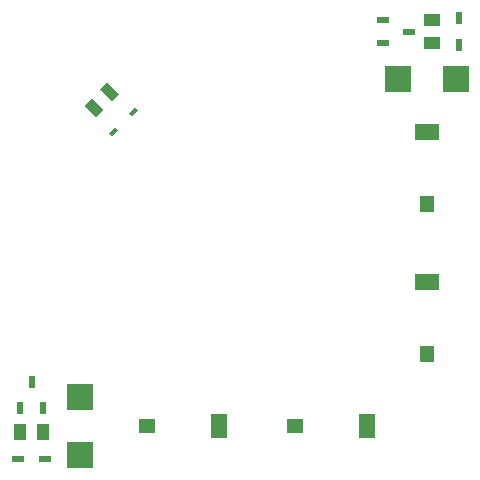
<source format=gbr>
%TF.GenerationSoftware,KiCad,Pcbnew,(5.1.12-1-g0a0a2da680)-1*%
%TF.CreationDate,2021-11-24T18:51:26+01:00*%
%TF.ProjectId,loveu,6c6f7665-752e-46b6-9963-61645f706362,rev?*%
%TF.SameCoordinates,Original*%
%TF.FileFunction,Paste,Top*%
%TF.FilePolarity,Positive*%
%FSLAX46Y46*%
G04 Gerber Fmt 4.6, Leading zero omitted, Abs format (unit mm)*
G04 Created by KiCad (PCBNEW (5.1.12-1-g0a0a2da680)-1) date 2021-11-24 18:51:26*
%MOMM*%
%LPD*%
G01*
G04 APERTURE LIST*
%ADD10C,0.100000*%
%ADD11R,1.000000X1.450000*%
%ADD12R,1.450000X1.000000*%
%ADD13R,1.050000X0.600000*%
%ADD14R,0.600000X1.050000*%
%ADD15R,0.500000X1.075000*%
%ADD16R,1.075000X0.500000*%
%ADD17R,2.300000X2.300000*%
%ADD18R,2.000000X1.400000*%
%ADD19R,1.200000X1.400000*%
%ADD20R,1.400000X2.000000*%
%ADD21R,1.400000X1.200000*%
G04 APERTURE END LIST*
D10*
%TO.C,DP1*%
G36*
X119951579Y-82645406D02*
G01*
X119442462Y-83154523D01*
X119145477Y-82857538D01*
X119654594Y-82348421D01*
X119951579Y-82645406D01*
G37*
G36*
X118254523Y-84342462D02*
G01*
X117745406Y-84851579D01*
X117448421Y-84554594D01*
X117957538Y-84045477D01*
X118254523Y-84342462D01*
G37*
%TD*%
%TO.C,LED1*%
G36*
X117698528Y-81891422D02*
G01*
X116708578Y-80901472D01*
X117344974Y-80265076D01*
X118334924Y-81255026D01*
X117698528Y-81891422D01*
G37*
G36*
X116355026Y-83234924D02*
G01*
X115365076Y-82244974D01*
X116001472Y-81608578D01*
X116991422Y-82598528D01*
X116355026Y-83234924D01*
G37*
%TD*%
D11*
%TO.C,R2*%
X109968410Y-109838487D03*
X111868410Y-109838487D03*
%TD*%
D12*
%TO.C,R1*%
X144838487Y-76931590D03*
X144838487Y-75031590D03*
%TD*%
D13*
%TO.C,Q2*%
X140638487Y-75031590D03*
X140638487Y-76931590D03*
X142838487Y-75981590D03*
%TD*%
D14*
%TO.C,Q1*%
X110918410Y-105638487D03*
X111868410Y-107838487D03*
X109968410Y-107838487D03*
%TD*%
D15*
%TO.C,D2*%
X147138486Y-74819589D03*
X147138486Y-77143589D03*
%TD*%
D16*
%TO.C,D1*%
X112080409Y-112138486D03*
X109756409Y-112138486D03*
%TD*%
D17*
%TO.C,C2*%
X141925000Y-80000000D03*
X146825000Y-80000000D03*
%TD*%
%TO.C,C1*%
X115000000Y-106925000D03*
X115000000Y-111825000D03*
%TD*%
D18*
%TO.C,BPW4*%
X144370000Y-84450000D03*
D19*
X144370000Y-90550000D03*
%TD*%
D18*
%TO.C,BPW3*%
X144375000Y-97200000D03*
D19*
X144375000Y-103300000D03*
%TD*%
D20*
%TO.C,BPW2*%
X139300000Y-109375000D03*
D21*
X133200000Y-109375000D03*
%TD*%
D20*
%TO.C,BPW1*%
X126800000Y-109375000D03*
D21*
X120700000Y-109375000D03*
%TD*%
M02*

</source>
